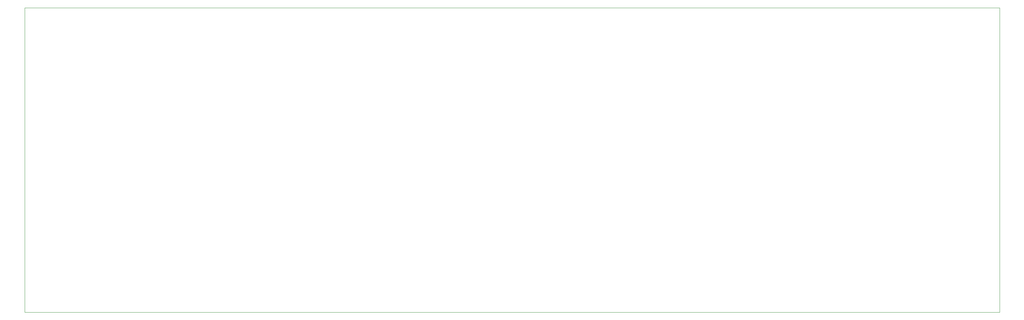
<source format=gbr>
G04 #@! TF.GenerationSoftware,KiCad,Pcbnew,(5.1.5)-3*
G04 #@! TF.CreationDate,2021-08-02T21:39:13+02:00*
G04 #@! TF.ProjectId,AnalogDrum_Backboard,416e616c-6f67-4447-9275-6d5f4261636b,rev?*
G04 #@! TF.SameCoordinates,Original*
G04 #@! TF.FileFunction,Profile,NP*
%FSLAX46Y46*%
G04 Gerber Fmt 4.6, Leading zero omitted, Abs format (unit mm)*
G04 Created by KiCad (PCBNEW (5.1.5)-3) date 2021-08-02 21:39:13*
%MOMM*%
%LPD*%
G04 APERTURE LIST*
%ADD10C,0.100000*%
G04 APERTURE END LIST*
D10*
X257810000Y-120650000D02*
X13970000Y-120650000D01*
X13970000Y-120650000D02*
X13970000Y-44450000D01*
X13970000Y-44450000D02*
X257810000Y-44450000D01*
X257810000Y-44450000D02*
X257810000Y-120650000D01*
M02*

</source>
